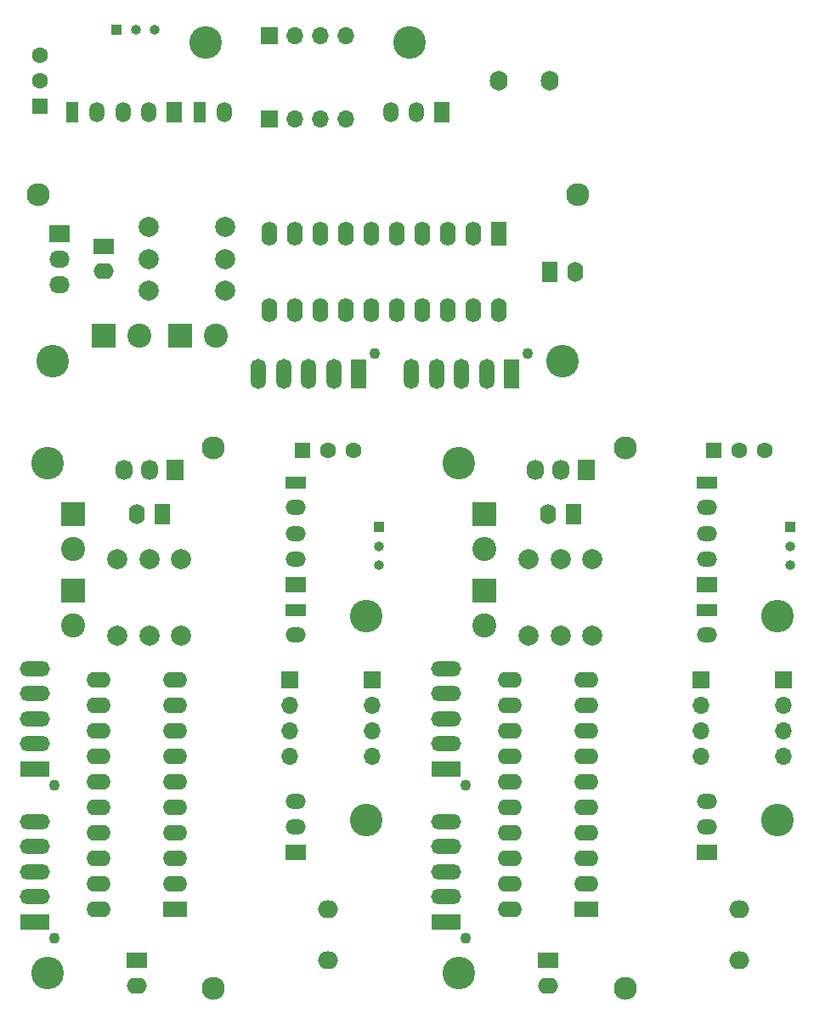
<source format=gbs>
%MOIN*%
%OFA0B0*%
%FSLAX46Y46*%
%IPPOS*%
%LPD*%
%ADD10C,0.0039370078740157488*%
%ADD11R,0.11811023622047245X0.059055118110236227*%
%ADD12O,0.11811023622047245X0.059055118110236227*%
%ADD13C,0.043307086614173235*%
%ADD14R,0.03937007874015748X0.03937007874015748*%
%ADD15O,0.03937007874015748X0.03937007874015748*%
%ADD16R,0.066929133858267723X0.066929133858267723*%
%ADD17O,0.066929133858267723X0.066929133858267723*%
%ADD18O,0.07874015748031496X0.07*%
%ADD19R,0.07874015748031496X0.051181102362204731*%
%ADD20O,0.07874015748031496X0.059055118110236227*%
%ADD21R,0.062992125984251982X0.07874015748031496*%
%ADD22O,0.062992125984251982X0.07874015748031496*%
%ADD23O,0.07874015748031496X0.062992125984251982*%
%ADD24R,0.07874015748031496X0.062992125984251982*%
%ADD25O,0.07874015748031496X0.059842519685039376*%
%ADD26R,0.07874015748031496X0.059842519685039376*%
%ADD27C,0.12795275590551181*%
%ADD28R,0.068X0.08*%
%ADD29O,0.068X0.08*%
%ADD30C,0.094488188976377951*%
%ADD31R,0.094488188976377951X0.094488188976377951*%
%ADD32C,0.0905511811023622*%
%ADD33C,0.07874015748031496*%
%ADD34R,0.059055118110236227X0.059055118110236227*%
%ADD35C,0.062992125984251982*%
%ADD36R,0.094488188976377951X0.062992125984251982*%
%ADD37O,0.094488188976377951X0.062992125984251982*%
%ADD48C,0.0039370078740157488*%
%ADD49R,0.059055118110236227X0.11811023622047245*%
%ADD50O,0.059055118110236227X0.11811023622047245*%
%ADD51C,0.043307086614173235*%
%ADD52R,0.03937007874015748X0.03937007874015748*%
%ADD53O,0.03937007874015748X0.03937007874015748*%
%ADD54R,0.066929133858267723X0.066929133858267723*%
%ADD55O,0.066929133858267723X0.066929133858267723*%
%ADD56O,0.07X0.07874015748031496*%
%ADD57R,0.051181102362204731X0.07874015748031496*%
%ADD58O,0.059055118110236227X0.07874015748031496*%
%ADD59R,0.07874015748031496X0.062992125984251982*%
%ADD60O,0.07874015748031496X0.062992125984251982*%
%ADD61O,0.062992125984251982X0.07874015748031496*%
%ADD62R,0.062992125984251982X0.07874015748031496*%
%ADD63O,0.059842519685039376X0.07874015748031496*%
%ADD64R,0.059842519685039376X0.07874015748031496*%
%ADD65C,0.12795275590551181*%
%ADD66R,0.08X0.068*%
%ADD67O,0.08X0.068*%
%ADD68C,0.094488188976377951*%
%ADD69R,0.094488188976377951X0.094488188976377951*%
%ADD70C,0.0905511811023622*%
%ADD71C,0.07874015748031496*%
%ADD72R,0.059055118110236227X0.059055118110236227*%
%ADD73C,0.062992125984251982*%
%ADD74R,0.062992125984251982X0.094488188976377951*%
%ADD75O,0.062992125984251982X0.094488188976377951*%
%ADD76C,0.0039370078740157488*%
%ADD77R,0.11811023622047245X0.059055118110236227*%
%ADD78O,0.11811023622047245X0.059055118110236227*%
%ADD79C,0.043307086614173235*%
%ADD80R,0.03937007874015748X0.03937007874015748*%
%ADD81O,0.03937007874015748X0.03937007874015748*%
%ADD82R,0.066929133858267723X0.066929133858267723*%
%ADD83O,0.066929133858267723X0.066929133858267723*%
%ADD84O,0.07874015748031496X0.07*%
%ADD85R,0.07874015748031496X0.051181102362204731*%
%ADD86O,0.07874015748031496X0.059055118110236227*%
%ADD87R,0.062992125984251982X0.07874015748031496*%
%ADD88O,0.062992125984251982X0.07874015748031496*%
%ADD89O,0.07874015748031496X0.062992125984251982*%
%ADD90R,0.07874015748031496X0.062992125984251982*%
%ADD91O,0.07874015748031496X0.059842519685039376*%
%ADD92R,0.07874015748031496X0.059842519685039376*%
%ADD93C,0.12795275590551181*%
%ADD94R,0.068X0.08*%
%ADD95O,0.068X0.08*%
%ADD96C,0.094488188976377951*%
%ADD97R,0.094488188976377951X0.094488188976377951*%
%ADD98C,0.0905511811023622*%
%ADD99C,0.07874015748031496*%
%ADD100R,0.059055118110236227X0.059055118110236227*%
%ADD101C,0.062992125984251982*%
%ADD102R,0.094488188976377951X0.062992125984251982*%
%ADD103O,0.094488188976377951X0.062992125984251982*%
G01*
D10*
D11*
X-0004799999Y0004650000D02*
X0000100000Y0000350000D03*
D12*
X0000100000Y0000448425D03*
X0000100000Y0000546850D03*
X0000100000Y0000645275D03*
X0000100000Y0000743700D03*
D13*
X0000178740Y0000287007D03*
D11*
X0000100000Y0000950000D03*
D12*
X0000100000Y0001048425D03*
X0000100000Y0001146850D03*
X0000100000Y0001245275D03*
X0000100000Y0001343700D03*
D13*
X0000178740Y0000887007D03*
D14*
X0001450000Y0001900000D03*
D15*
X0001450000Y0001825000D03*
X0001450000Y0001750000D03*
D16*
X0001100000Y0001300000D03*
D17*
X0001100000Y0001200000D03*
X0001100000Y0001100000D03*
X0001100000Y0001000000D03*
D16*
X0001425000Y0001300000D03*
D17*
X0001425000Y0001200000D03*
X0001425000Y0001100000D03*
X0001425000Y0001000000D03*
D18*
X0001250000Y0000200000D03*
X0001250000Y0000400000D03*
D19*
X0001125000Y0001575000D03*
D20*
X0001125000Y0001476574D03*
D19*
X0001125000Y0002075000D03*
D20*
X0001125000Y0001976574D03*
D21*
X0000600000Y0001950000D03*
D22*
X0000501574Y0001950000D03*
D23*
X0000500000Y0000101574D03*
D24*
X0000500000Y0000200000D03*
D25*
X0001125000Y0001775000D03*
X0001125000Y0001875000D03*
D26*
X0001125000Y0001675000D03*
D25*
X0001125000Y0000725000D03*
X0001125000Y0000825000D03*
D26*
X0001125000Y0000625000D03*
D27*
X0001400000Y0000750000D03*
X0000150000Y0000150000D03*
X0001400000Y0001550000D03*
X0000150000Y0002150000D03*
D28*
X0000650000Y0002125000D03*
D29*
X0000550000Y0002125000D03*
X0000450000Y0002125000D03*
D30*
X0000250000Y0001812204D03*
D31*
X0000250000Y0001950000D03*
D30*
X0000250000Y0001512204D03*
D31*
X0000250000Y0001650000D03*
D32*
X0000802755Y0002209055D03*
X0000802755Y0000090944D03*
D33*
X0000425000Y0001475000D03*
X0000425000Y0001775000D03*
X0000550000Y0001775000D03*
X0000550000Y0001475000D03*
X0000675000Y0001475000D03*
X0000675000Y0001775000D03*
D34*
X0001150000Y0002200000D03*
D35*
X0001250000Y0002200000D03*
X0001350000Y0002200000D03*
D36*
X0000650000Y0000400000D03*
D37*
X0000350000Y0001300000D03*
X0000650000Y0000500000D03*
X0000350000Y0001200000D03*
X0000650000Y0000600000D03*
X0000350000Y0001100000D03*
X0000650000Y0000700000D03*
X0000350000Y0001000000D03*
X0000650000Y0000800000D03*
X0000350000Y0000900000D03*
X0000650000Y0000900000D03*
X0000350000Y0000800000D03*
X0000650000Y0001000000D03*
X0000350000Y0000700000D03*
X0000650000Y0001100000D03*
X0000350000Y0000600000D03*
X0000650000Y0001200000D03*
X0000350000Y0000500000D03*
X0000650000Y0001300000D03*
X0000350000Y0000400000D03*
G04 next file*
G04 #@! TF.FileFunction,Soldermask,Bot*
G04 Gerber Fmt 4.6, Leading zero omitted, Abs format (unit mm)*
G04 Created by KiCad (PCBNEW 4.0.7) date 10/20/19 14:23:03*
G01*
G04 APERTURE LIST*
G04 APERTURE END LIST*
D48*
D49*
X-0002327165Y-0002398425D02*
X0001972834Y0002501574D03*
D50*
X0001874409Y0002501574D03*
X0001775984Y0002501574D03*
X0001677559Y0002501574D03*
X0001579133Y0002501574D03*
D51*
X0002035826Y0002580315D03*
D49*
X0001372834Y0002501574D03*
D50*
X0001274409Y0002501574D03*
X0001175984Y0002501574D03*
X0001077559Y0002501574D03*
X0000979133Y0002501574D03*
D51*
X0001435826Y0002580315D03*
D52*
X0000422834Y0003851574D03*
D53*
X0000497834Y0003851574D03*
X0000572834Y0003851574D03*
D54*
X0001022834Y0003501574D03*
D55*
X0001122834Y0003501574D03*
X0001222834Y0003501574D03*
X0001322834Y0003501574D03*
D54*
X0001022834Y0003826574D03*
D55*
X0001122834Y0003826574D03*
X0001222834Y0003826574D03*
X0001322834Y0003826574D03*
D56*
X0002122834Y0003651574D03*
X0001922834Y0003651574D03*
D57*
X0000747834Y0003526574D03*
D58*
X0000846259Y0003526574D03*
D57*
X0000247834Y0003526574D03*
D58*
X0000346259Y0003526574D03*
D59*
X0000372834Y0003001574D03*
D60*
X0000372834Y0002903149D03*
D61*
X0002221259Y0002901574D03*
D62*
X0002122834Y0002901574D03*
D63*
X0000547834Y0003526574D03*
X0000447834Y0003526574D03*
D64*
X0000647834Y0003526574D03*
D63*
X0001597834Y0003526574D03*
X0001497834Y0003526574D03*
D64*
X0001697834Y0003526574D03*
D65*
X0001572834Y0003801574D03*
X0002172834Y0002551574D03*
X0000772834Y0003801574D03*
X0000172834Y0002551574D03*
D66*
X0000197834Y0003051574D03*
D67*
X0000197834Y0002951574D03*
X0000197834Y0002851574D03*
D68*
X0000510629Y0002651574D03*
D69*
X0000372834Y0002651574D03*
D68*
X0000810629Y0002651574D03*
D69*
X0000672834Y0002651574D03*
D70*
X0000113779Y0003204330D03*
X0002231889Y0003204330D03*
D71*
X0000847834Y0002826574D03*
X0000547834Y0002826574D03*
X0000547834Y0002951574D03*
X0000847834Y0002951574D03*
X0000847834Y0003076574D03*
X0000547834Y0003076574D03*
D72*
X0000122834Y0003551574D03*
D73*
X0000122834Y0003651574D03*
X0000122834Y0003751574D03*
D74*
X0001922834Y0003051574D03*
D75*
X0001022834Y0002751574D03*
X0001822834Y0003051574D03*
X0001122834Y0002751574D03*
X0001722834Y0003051574D03*
X0001222834Y0002751574D03*
X0001622834Y0003051574D03*
X0001322834Y0002751574D03*
X0001522834Y0003051574D03*
X0001422834Y0002751574D03*
X0001422834Y0003051574D03*
X0001522834Y0002751574D03*
X0001322834Y0003051574D03*
X0001622834Y0002751574D03*
X0001222834Y0003051574D03*
X0001722834Y0002751574D03*
X0001122834Y0003051574D03*
X0001822834Y0002751574D03*
X0001022834Y0003051574D03*
X0001922834Y0002751574D03*
G04 next file*
G04 #@! TF.FileFunction,Soldermask,Bot*
G04 Gerber Fmt 4.6, Leading zero omitted, Abs format (unit mm)*
G04 Created by KiCad (PCBNEW 4.0.7) date 10/20/19 14:23:03*
G01*
G04 APERTURE LIST*
G04 APERTURE END LIST*
D76*
D77*
X-0003185826Y0004650000D02*
X0001714173Y0000350000D03*
D78*
X0001714173Y0000448425D03*
X0001714173Y0000546850D03*
X0001714173Y0000645275D03*
X0001714173Y0000743700D03*
D79*
X0001792913Y0000287007D03*
D77*
X0001714173Y0000950000D03*
D78*
X0001714173Y0001048425D03*
X0001714173Y0001146850D03*
X0001714173Y0001245275D03*
X0001714173Y0001343700D03*
D79*
X0001792913Y0000887007D03*
D80*
X0003064173Y0001900000D03*
D81*
X0003064173Y0001825000D03*
X0003064173Y0001750000D03*
D82*
X0002714173Y0001300000D03*
D83*
X0002714173Y0001200000D03*
X0002714173Y0001100000D03*
X0002714173Y0001000000D03*
D82*
X0003039173Y0001300000D03*
D83*
X0003039173Y0001200000D03*
X0003039173Y0001100000D03*
X0003039173Y0001000000D03*
D84*
X0002864173Y0000200000D03*
X0002864173Y0000400000D03*
D85*
X0002739173Y0001575000D03*
D86*
X0002739173Y0001476574D03*
D85*
X0002739173Y0002075000D03*
D86*
X0002739173Y0001976574D03*
D87*
X0002214173Y0001950000D03*
D88*
X0002115748Y0001950000D03*
D89*
X0002114173Y0000101574D03*
D90*
X0002114173Y0000200000D03*
D91*
X0002739173Y0001775000D03*
X0002739173Y0001875000D03*
D92*
X0002739173Y0001675000D03*
D91*
X0002739173Y0000725000D03*
X0002739173Y0000825000D03*
D92*
X0002739173Y0000625000D03*
D93*
X0003014173Y0000750000D03*
X0001764173Y0000150000D03*
X0003014173Y0001550000D03*
X0001764173Y0002150000D03*
D94*
X0002264173Y0002125000D03*
D95*
X0002164173Y0002125000D03*
X0002064173Y0002125000D03*
D96*
X0001864173Y0001812204D03*
D97*
X0001864173Y0001950000D03*
D96*
X0001864173Y0001512204D03*
D97*
X0001864173Y0001650000D03*
D98*
X0002416929Y0002209055D03*
X0002416929Y0000090944D03*
D99*
X0002039173Y0001475000D03*
X0002039173Y0001775000D03*
X0002164173Y0001775000D03*
X0002164173Y0001475000D03*
X0002289173Y0001475000D03*
X0002289173Y0001775000D03*
D100*
X0002764173Y0002200000D03*
D101*
X0002864173Y0002200000D03*
X0002964173Y0002200000D03*
D102*
X0002264173Y0000400000D03*
D103*
X0001964173Y0001300000D03*
X0002264173Y0000500000D03*
X0001964173Y0001200000D03*
X0002264173Y0000600000D03*
X0001964173Y0001100000D03*
X0002264173Y0000700000D03*
X0001964173Y0001000000D03*
X0002264173Y0000800000D03*
X0001964173Y0000900000D03*
X0002264173Y0000900000D03*
X0001964173Y0000800000D03*
X0002264173Y0001000000D03*
X0001964173Y0000700000D03*
X0002264173Y0001100000D03*
X0001964173Y0000600000D03*
X0002264173Y0001200000D03*
X0001964173Y0000500000D03*
X0002264173Y0001300000D03*
X0001964173Y0000400000D03*
M02*
</source>
